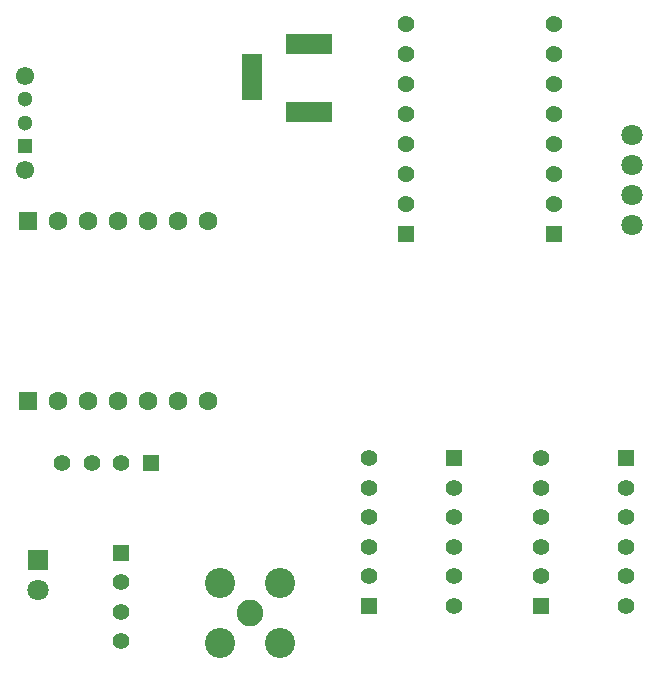
<source format=gbr>
%TF.GenerationSoftware,Altium Limited,Altium Designer,22.7.1 (60)*%
G04 Layer_Color=255*
%FSLAX45Y45*%
%MOMM*%
%TF.SameCoordinates,61DBAAF2-DE87-4E8A-AD11-02536D302051*%
%TF.FilePolarity,Positive*%
%TF.FileFunction,Pads,Bot*%
%TF.Part,Single*%
G01*
G75*
%TA.AperFunction,ComponentPad*%
%ADD22C,1.55000*%
%ADD23C,1.30000*%
%ADD24R,1.30000X1.30000*%
%ADD25R,1.42500X1.42500*%
%ADD26C,1.42500*%
%ADD27C,1.80000*%
%ADD28R,4.00000X1.80000*%
%ADD29R,1.80000X4.00000*%
%ADD30C,1.40000*%
%ADD31R,1.40000X1.40000*%
%ADD32R,1.40000X1.40000*%
%ADD33C,2.25000*%
%ADD34C,2.55000*%
%ADD35C,1.60000*%
%ADD36R,1.60000X1.60000*%
%ADD37R,1.80000X1.80000*%
D22*
X1039858Y6105500D02*
D03*
X1039858Y5305500D02*
D03*
D23*
X1039857Y5905500D02*
D03*
X1039858Y5705501D02*
D03*
D24*
X1039857Y5505501D02*
D03*
D25*
X5517961Y4762500D02*
D03*
X4265961Y4762499D02*
D03*
D26*
X5517961Y5016500D02*
D03*
Y5270501D02*
D03*
X5517962Y5524499D02*
D03*
X5517960Y5778500D02*
D03*
X5517961Y6032501D02*
D03*
X5517961Y6286499D02*
D03*
X5517962Y6540502D02*
D03*
X4265961Y5016501D02*
D03*
Y5270501D02*
D03*
X4265960Y5524501D02*
D03*
X4265959Y5778500D02*
D03*
X4265961Y6032501D02*
D03*
X4265961Y6286499D02*
D03*
X4265962Y6540500D02*
D03*
D27*
X6178888Y4838061D02*
D03*
X6178888Y5092061D02*
D03*
X6178888Y5346061D02*
D03*
X6178887Y5600060D02*
D03*
X1153107Y1746250D02*
D03*
D28*
X3444785Y5796000D02*
D03*
X3444786Y6376001D02*
D03*
D29*
X2964785Y6096000D02*
D03*
D30*
X1853535Y1313751D02*
D03*
X1853535Y1563751D02*
D03*
X1853535Y1813750D02*
D03*
X1857535Y2825750D02*
D03*
X1607535D02*
D03*
X1357536D02*
D03*
X4671975Y2615485D02*
D03*
Y2365485D02*
D03*
Y2115485D02*
D03*
Y1865485D02*
D03*
Y1615485D02*
D03*
X3949660Y1865485D02*
D03*
X3949660Y2115485D02*
D03*
Y2365485D02*
D03*
Y2615485D02*
D03*
Y2865485D02*
D03*
X5410160Y1865485D02*
D03*
X5410160Y2115485D02*
D03*
Y2365485D02*
D03*
Y2615485D02*
D03*
Y2865485D02*
D03*
X6132475Y2615485D02*
D03*
Y2365485D02*
D03*
Y2115485D02*
D03*
Y1865485D02*
D03*
Y1615485D02*
D03*
D31*
X1853535Y2063750D02*
D03*
X4671975Y2865485D02*
D03*
X3949660Y1615485D02*
D03*
X5410160D02*
D03*
X6132475Y2865485D02*
D03*
D32*
X2107535Y2825750D02*
D03*
D33*
X2942284Y1555750D02*
D03*
D34*
X2688284Y1809750D02*
D03*
Y1301750D02*
D03*
X3196284Y1301749D02*
D03*
X3196285Y1809750D02*
D03*
D35*
X2586800Y3351441D02*
D03*
X2332801Y3351440D02*
D03*
X1824800Y3351441D02*
D03*
X1316800Y3351440D02*
D03*
X1570801Y3351441D02*
D03*
X2078801D02*
D03*
X2586799Y4876268D02*
D03*
X2332800Y4876267D02*
D03*
X1824800Y4876267D02*
D03*
X1316800D02*
D03*
X1570800D02*
D03*
X2078800D02*
D03*
D36*
X1062801Y3351441D02*
D03*
X1062800Y4876267D02*
D03*
D37*
X1153108Y2000250D02*
D03*
%TF.MD5,469780ed66bdc89a7b234d80128f1056*%
M02*

</source>
